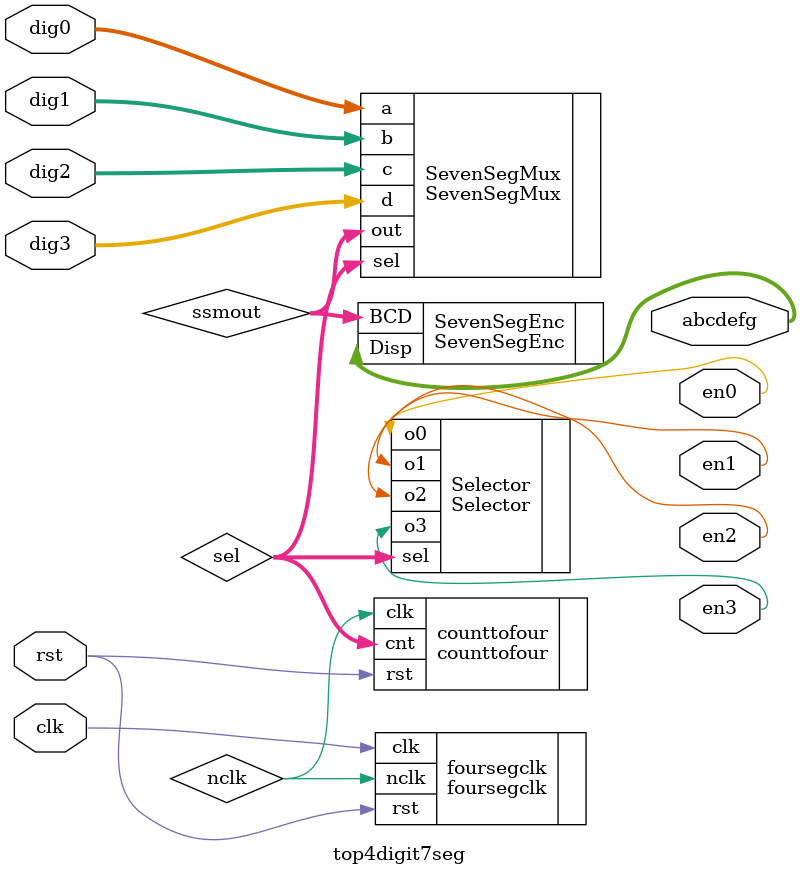
<source format=v>
module top4digit7seg(
input clk,rst,
input [3:0] dig0, dig1, dig2, dig3,
output [6:0] abcdefg,
output  en0, en1, en2, en3 //reg???
);
wire [1:0] sel;
wire nclk;
wire [3:0] ssmout;
//BE FAMILIAR WITH THE DATASHEET OF A 4 DIGIT 7-SEG LED BEFORE PROCEEDING//

SevenSegMux SevenSegMux(
.out(ssmout), 
.a(dig0),
.b(dig1),
.c(dig2),                       //MUXes digit inputs to encoders.
.d(dig3),   
.sel(sel)
    );

SevenSegEnc SevenSegEnc(
	.Disp(abcdefg),             //BCD to 7seg encoder
	.BCD(ssmout)
);

Selector Selector(
.o0(en0),
.o1(en1),                //feeds an 1 at every digit's anode consequently
.o2(en2),
.o3(en3),
.sel(sel)
);

counttofour counttofour(
.clk(nclk),
.rst(rst),                // a counter up to 4 that feeds all select inputs
.cnt(sel)
); 

foursegclk foursegclk(
.clk(clk),                //clk generator for muxing digits. Correct clock value was found via experimenting
.rst(rst),
.nclk(nclk)

);

endmodule

</source>
